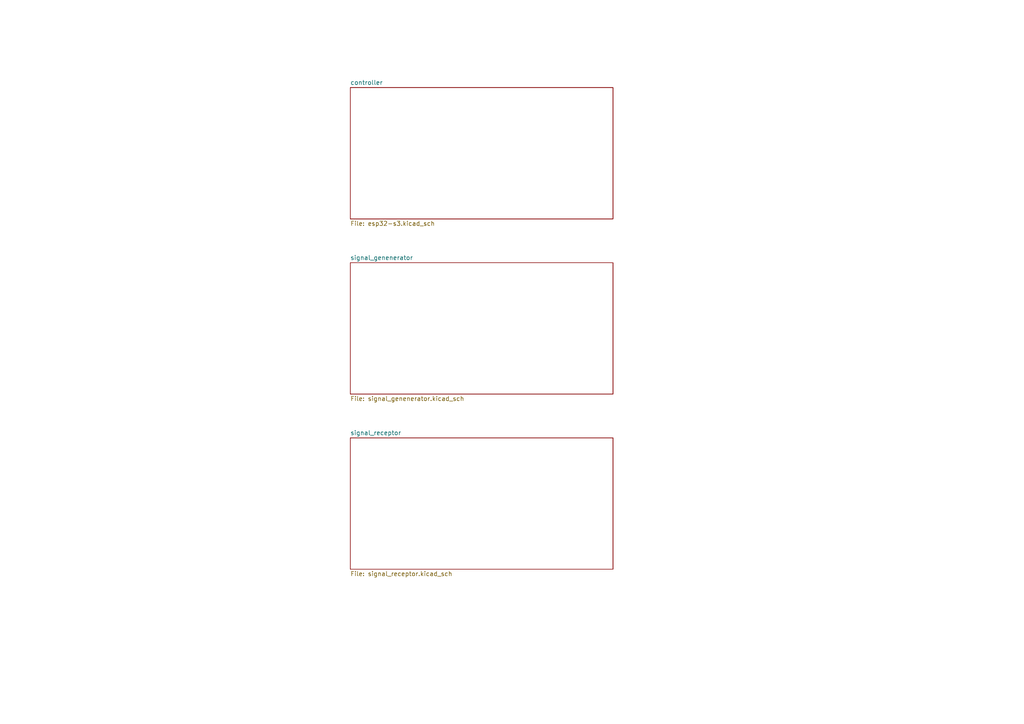
<source format=kicad_sch>
(kicad_sch
	(version 20250114)
	(generator "eeschema")
	(generator_version "9.0")
	(uuid "d2efd62f-e32c-4cb1-9e58-929d894ed376")
	(paper "A4")
	(lib_symbols)
	(sheet
		(at 101.6 76.2)
		(size 76.2 38.1)
		(exclude_from_sim no)
		(in_bom yes)
		(on_board yes)
		(dnp no)
		(fields_autoplaced yes)
		(stroke
			(width 0.1524)
			(type solid)
		)
		(fill
			(color 0 0 0 0.0000)
		)
		(uuid "0e2f4bb1-a8ad-4ccb-973d-d50905b54567")
		(property "Sheetname" "signal_genenerator"
			(at 101.6 75.4884 0)
			(effects
				(font
					(size 1.27 1.27)
				)
				(justify left bottom)
			)
		)
		(property "Sheetfile" "signal_genenerator.kicad_sch"
			(at 101.6 114.8846 0)
			(effects
				(font
					(size 1.27 1.27)
				)
				(justify left top)
			)
		)
		(instances
			(project "ECTdevice"
				(path "/d2efd62f-e32c-4cb1-9e58-929d894ed376"
					(page "3")
				)
			)
		)
	)
	(sheet
		(at 101.6 25.4)
		(size 76.2 38.1)
		(exclude_from_sim no)
		(in_bom yes)
		(on_board yes)
		(dnp no)
		(fields_autoplaced yes)
		(stroke
			(width 0.1524)
			(type solid)
		)
		(fill
			(color 0 0 0 0.0000)
		)
		(uuid "b877e94a-ee86-41aa-90a6-0135ef94cde3")
		(property "Sheetname" "controller"
			(at 101.6 24.6884 0)
			(effects
				(font
					(size 1.27 1.27)
				)
				(justify left bottom)
			)
		)
		(property "Sheetfile" "esp32-s3.kicad_sch"
			(at 101.6 64.0846 0)
			(effects
				(font
					(size 1.27 1.27)
				)
				(justify left top)
			)
		)
		(instances
			(project "ECTdevice"
				(path "/d2efd62f-e32c-4cb1-9e58-929d894ed376"
					(page "2")
				)
			)
		)
	)
	(sheet
		(at 101.6 127)
		(size 76.2 38.1)
		(exclude_from_sim no)
		(in_bom yes)
		(on_board yes)
		(dnp no)
		(fields_autoplaced yes)
		(stroke
			(width 0.1524)
			(type solid)
		)
		(fill
			(color 0 0 0 0.0000)
		)
		(uuid "cb181401-a58e-4cee-8c03-e96d202746bd")
		(property "Sheetname" "signal_receptor"
			(at 101.6 126.2884 0)
			(effects
				(font
					(size 1.27 1.27)
				)
				(justify left bottom)
			)
		)
		(property "Sheetfile" "signal_receptor.kicad_sch"
			(at 101.6 165.6846 0)
			(effects
				(font
					(size 1.27 1.27)
				)
				(justify left top)
			)
		)
		(instances
			(project "ECTdevice"
				(path "/d2efd62f-e32c-4cb1-9e58-929d894ed376"
					(page "4")
				)
			)
		)
	)
	(sheet_instances
		(path "/"
			(page "1")
		)
	)
	(embedded_fonts no)
)

</source>
